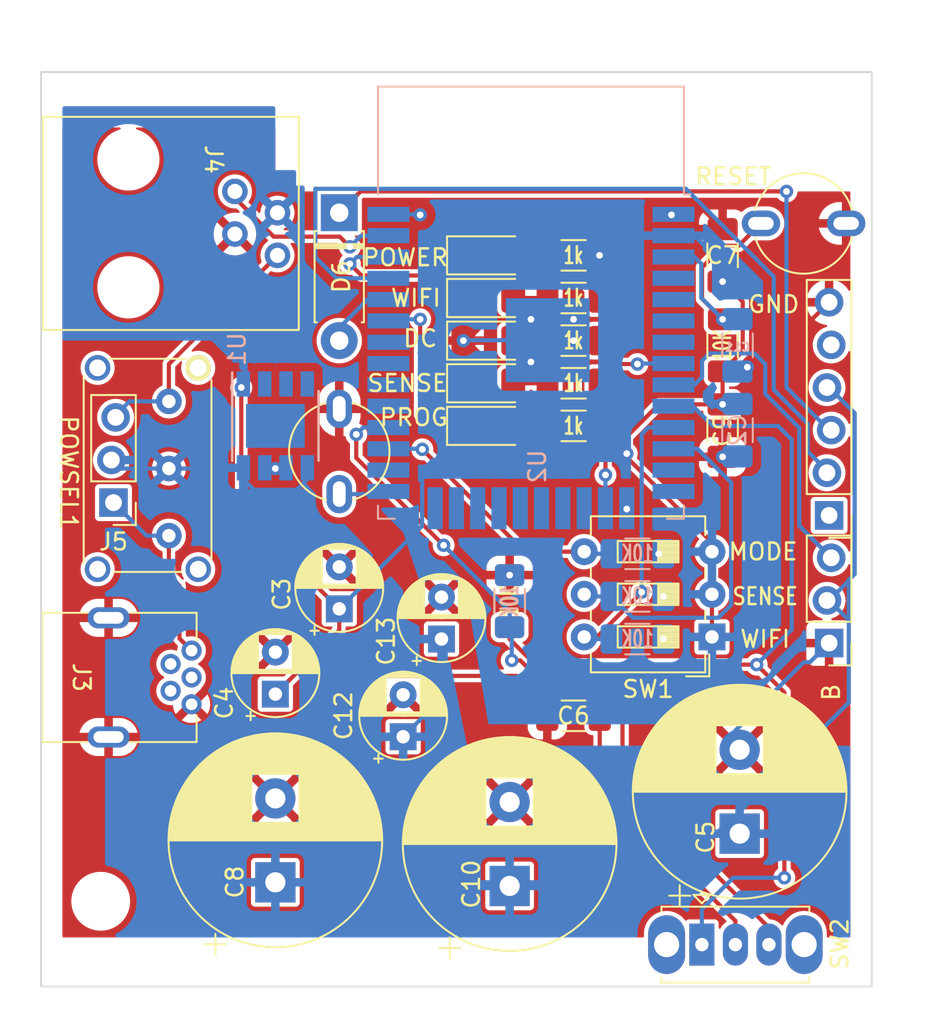
<source format=kicad_pcb>
(kicad_pcb (version 20211014) (generator pcbnew)
  (layers (0 "F.Cu" signal) (31 "B.Cu" signal) (34 "B.Paste" user) (35 "F.Paste" user) (36 "B.SilkS" user "B.Silkscreen") (37 "F.SilkS" user "F.Silkscreen") (38 "B.Mask" user) (39 "F.Mask" user) (44 "Edge.Cuts" user))
  (net 0 "")
  (net 1 "GND")
  (net 2 "Net-(D1-Pad2)")
  (net 3 "Net-(D2-Pad2)")
  (net 4 "Net-(D3-Pad2)")
  (net 5 "Net-(D4-Pad2)")
  (net 6 "Net-(D5-Pad2)")
  (net 7 "/RXD_5V")
  (net 8 "/RXD")
  (net 9 "+3.3V")
  (net 10 "/WIFI_STATUS")
  (net 11 "/DC_STATUS")
  (net 12 "/SENSE_LED")
  (net 13 "/GPIO_13")
  (net 14 "/MAN_ON")
  (net 15 "/MAN_OFF")
  (net 16 "/WIFI_E")
  (net 17 "/SENSE_E")
  (net 18 "/MODE")
  (net 19 "/RESET")
  (net 20 "VCC")
  (net 31 "/GPIO_0")
  (net 39 "/TXD")
  (net 41 "/SERVO")
  (net 44 "Net-(J3-Pad1)")
  (net 48 "/SENSE")
  (net 49 "Net-(J4-Pad4)")
  (footprint "LED_SMD:LED_1206_3216Metric_Pad1.42x1.75mm_HandSolder" (layer "F.Cu") (at 195.58 73.66)
    (fp_text reference "D4" hide)
    (fp_text value "LED")
  )
  (footprint "Resistor_SMD:R_1206_3216Metric_Pad1.30x1.75mm_HandSolder" (layer "F.Cu") (at 200.66 68.58)
    (fp_text reference "R2")
    (fp_text value "1k")
  )
  (footprint "projectLib:EG1224" (layer "F.Cu") (at 176.53 74.74 -90)
    (fp_text reference "POWSEL1")
    (fp_text value "SW_SPDT")
  )
  (footprint "Resistor_SMD:R_1206_3216Metric_Pad1.30x1.75mm_HandSolder" (layer "F.Cu") (at 200.66 66.04)
    (fp_text reference "R1")
    (fp_text value "1k")
  )
  (footprint "Resistor_SMD:R_1206_3216Metric_Pad1.30x1.75mm_HandSolder" (layer "F.Cu") (at 196.85 86.64 90)
    (fp_text reference "R7" hide)
    (fp_text value "10K")
  )
  (footprint "Button_Switch_THT:SW_Slide_1P2T_CK_OS102011MS2Q" (layer "F.Cu") (at 208.312 107.1045)
    (fp_text reference "SW2")
    (fp_text value "SW_SPDT_MSM")
  )
  (footprint "LED_SMD:LED_1206_3216Metric_Pad1.42x1.75mm_HandSolder" (layer "F.Cu") (at 195.58 66.04)
    (fp_text reference "D1" hide)
    (fp_text value "LED")
  )
  (footprint "00_Adams_footprints:PinHeader_1x03_0.1in lock" (layer "F.Cu") (at 215.9 89.139 180)
    (fp_text reference "J1" hide)
    (fp_text value "Conn_01x03_Male")
  )
  (footprint "MountingHole:MountingHole_3mm" (layer "F.Cu") (at 215.9 58.42)
    (fp_text reference "REF**" hide)
    (fp_text value "MountingHole_3mm")
  )
  (footprint "Resistor_SMD:R_1206_3216Metric_Pad1.30x1.75mm_HandSolder" (layer "F.Cu") (at 200.66 71.12)
    (fp_text reference "R3")
    (fp_text value "1k")
  )
  (footprint "Capacitor_THT:CP_Radial_D5.0mm_P2.50mm" (layer "F.Cu") (at 190.5 94.71959 90)
    (fp_text reference "C12")
    (fp_text value "100uf")
  )
  (footprint "projectLib:pb" (layer "F.Cu") (at 186.69 77.724 90)
    (fp_text reference "PROG1" hide)
    (fp_text value "SW_Push")
  )
  (footprint "Capacitor_SMD:C_1206_3216Metric_Pad1.33x1.80mm_HandSolder" (layer "F.Cu") (at 200.66 93.472 180)
    (fp_text reference "C6")
    (fp_text value "0.1uf")
  )
  (footprint "MountingHole:MountingHole_3mm" (layer "F.Cu") (at 172.466 104.521 90)
    (fp_text reference "REF**" hide)
    (fp_text value "MountingHole_3mm")
  )
  (footprint "Capacitor_SMD:C_1206_3216Metric_Pad1.33x1.80mm_HandSolder" (layer "F.Cu") (at 209.55 76.48 -90)
    (fp_text reference "C9")
    (fp_text value "0.1uf")
  )
  (footprint "projectLib:usb" (layer "F.Cu") (at 168.984 91.186 -90)
    (fp_text reference "J3")
    (fp_text value "USB_B_Micro")
  )
  (footprint "Capacitor_THT:CP_Radial_D12.5mm_P5.00mm" (layer "F.Cu") (at 196.85 103.60959 90)
    (fp_text reference "C10")
    (fp_text value "1000uf")
  )
  (footprint "Capacitor_THT:CP_Radial_D5.0mm_P2.50mm" (layer "F.Cu") (at 182.88 92.17959 90)
    (fp_text reference "C4")
    (fp_text value "100uf")
  )
  (footprint "00_Adams_footprints:PinHeader_1x03_0.1in lock" (layer "F.Cu") (at 173.228 80.772 180)
    (fp_text reference "J5")
    (fp_text value "Conn_01x03_Male")
  )
  (footprint "Capacitor_THT:CP_Radial_D12.5mm_P5.00mm" (layer "F.Cu") (at 182.88 103.393549 90)
    (fp_text reference "C8")
    (fp_text value "1000uf")
  )
  (footprint "Resistor_SMD:R_1206_3216Metric_Pad1.30x1.75mm_HandSolder" (layer "F.Cu") (at 209.55 71.4 -90)
    (fp_text reference "R11" hide)
    (fp_text value "10K")
  )
  (footprint "Capacitor_THT:CP_Radial_D5.0mm_P2.50mm" (layer "F.Cu") (at 186.69 87.09959 90)
    (fp_text reference "C3")
    (fp_text value "100uf")
  )
  (footprint "00_Adams_footprints:PinHeader_1x06, .1in Lock" (layer "F.Cu") (at 215.9 81.534 180)
    (fp_text reference "J2" hide)
    (fp_text value "Conn_01x06_Male")
  )
  (footprint "Capacitor_THT:CP_Radial_D5.0mm_P2.50mm" (layer "F.Cu") (at 192.786 88.9 90)
    (fp_text reference "C13")
    (fp_text value "100uf")
  )
  (footprint "LED_SMD:LED_1206_3216Metric_Pad1.42x1.75mm_HandSolder" (layer "F.Cu") (at 195.58 76.2)
    (fp_text reference "D5" hide)
    (fp_text value "LED")
  )
  (footprint "Button_Switch_THT:SW_DIP_SPSTx03_Slide_6.7x9.18mm_W7.62mm_P2.54mm_LowProfile" (layer "F.Cu") (at 208.915 88.773 180)
    (fp_text reference "SW1")
    (fp_text value "SW_DIP_x03")
  )
  (footprint "Capacitor_SMD:C_1206_3216Metric_Pad1.33x1.80mm_HandSolder" (layer "F.Cu") (at 209.55 66.04 90)
    (fp_text reference "C7")
    (fp_text value "0.1uf" hide)
  )
  (footprint "projectLib:pb" (layer "F.Cu") (at 214.376 64.135)
    (fp_text reference "RST1" hide)
    (fp_text value "SW_Push")
  )
  (footprint "Diode_THT:D_DO-41_SOD81_P7.62mm_Horizontal" (layer "F.Cu") (at 186.69 63.5 -90)
    (fp_text reference "D6")
    (fp_text value "D")
  )
  (footprint "Resistor_SMD:R_1206_3216Metric_Pad1.30x1.75mm_HandSolder" (layer "F.Cu") (at 200.66 73.66)
    (fp_text reference "R4")
    (fp_text value "1k")
  )
  (footprint "Capacitor_THT:CP_Radial_D12.5mm_P5.00mm" (layer "F.Cu") (at 210.566 100.494959 90)
    (fp_text reference "C5")
    (fp_text value "1000uf")
  )
  (footprint "LED_SMD:LED_1206_3216Metric_Pad1.42x1.75mm_HandSolder" (layer "F.Cu") (at 195.58 68.58)
    (fp_text reference "D2" hide)
    (fp_text value "LED")
  )
  (footprint "projectLib:modjack" (layer "F.Cu") (at 174.117 60.325 -90)
    (fp_text reference "J4")
    (fp_text value "RJ9")
  )
  (footprint "LED_SMD:LED_1206_3216Metric_Pad1.42x1.75mm_HandSolder" (layer "F.Cu") (at 195.58 71.12)
    (fp_text reference "D3" hide)
    (fp_text value "LED")
  )
  (footprint "Resistor_SMD:R_1206_3216Metric_Pad1.30x1.75mm_HandSolder" (layer "F.Cu") (at 200.66 76.2)
    (fp_text reference "R5")
    (fp_text value "1k")
  )
  (footprint "Resistor_SMD:R_1206_3216Metric_Pad1.30x1.75mm_HandSolder" (layer "B.Cu") (at 196.85 86.64 90)
    (fp_text reference "R6" hide)
    (fp_text value "10K")
  )
  (footprint "Capacitor_SMD:C_1206_3216Metric_Pad1.33x1.80mm_HandSolder" (layer "B.Cu") (at 210.439 71.4 90)
    (fp_text reference "C11")
    (fp_text value "1uf")
  )
  (footprint "Package_SO:Diodes_SO-8EP" (layer "B.Cu") (at 182.88 76.2 -90)
    (fp_text reference "U1")
    (fp_text value "AP2112M-3.3")
  )
  (footprint "00_Adams_footprints:ESP32-WROOM-32" (layer "B.Cu") (at 198.12 71.85 180)
    (fp_text reference "U2")
    (fp_text value "ESP32-WROOM-32D")
  )
  (footprint "Resistor_SMD:R_1206_3216Metric_Pad1.30x1.75mm_HandSolder" (layer "B.Cu") (at 204.47 88.9)
    (fp_text reference "R8")
    (fp_text value "10K")
  )
  (footprint "Resistor_SMD:R_1206_3216Metric_Pad1.30x1.75mm_HandSolder" (layer "B.Cu") (at 204.47 83.82)
    (fp_text reference "R10" hide)
    (fp_text value "10K")
  )
  (footprint "Resistor_SMD:R_1206_3216Metric_Pad1.30x1.75mm_HandSolder" (layer "B.Cu") (at 204.47 86.36)
    (fp_text reference "R9" hide)
    (fp_text value "10K")
  )
  (footprint "Capacitor_SMD:C_1206_3216Metric_Pad1.33x1.80mm_HandSolder" (layer "B.Cu") (at 210.439 76.454 -90)
    (fp_text reference "C2")
    (fp_text value "0.1uf")
  )
  (gr_rect (start 168.91 55.118) (end 218.44 109.601) (layer "Edge.Cuts") (width 0.1) (fill none))
  (gr_text "SENSE" (at 190.754 73.66) (layer "F.SilkS") (effects (font (size 1 1))))
  (gr_text "MODE" (at 211.963 83.693) (layer "F.SilkS") (effects (font (size 1 1))))
  (gr_text "POWER" (at 190.627 66.167) (layer "F.SilkS") (effects (font (size 1 1))))
  (gr_text "B" (at 216.027 92.075 90) (layer "F.SilkS") (effects (font (size 1 1))))
  (gr_text "DC" (at 191.516 70.993) (layer "F.SilkS") (effects (font (size 1 1))))
  (gr_text "PROG" (at 191.135 75.692) (layer "F.SilkS") (effects (font (size 1 1))))
  (gr_text "RESET" (at 210.185 61.341) (layer "F.SilkS") (effects (font (size 1 1))))
  (gr_text "WIFI" (at 212.09 88.9) (layer "F.SilkS") (effects (font (size 1 1))))
  (gr_text "GND" (at 212.598 68.961) (layer "F.SilkS") (effects (font (size 1 1))))
  (gr_text "WIFI" (at 191.262 68.58) (layer "F.SilkS") (effects (font (size 1 1))))
  (gr_text "SENSE" (at 212.09 86.36) (layer "F.SilkS") (effects (font (size 1 0.8128))))
  (segment (start 194.0925 71.12) (end 194.31 71.12) (width 0.25) (layer "F.Cu") (net 1))
  (segment (start 206.914 63.215) (end 208.2875 63.215) (width 0.25) (layer "F.Cu") (net 1))
  (segment (start 205.74 86.36) (end 206.02 86.36) (width 0.25) (layer "F.Cu") (net 1))
  (segment (start 194.31 71.12) (end 195.58 69.85) (width 0.25) (layer "F.Cu") (net 1))
  (segment (start 205.74 83.82) (end 205.74 86.36) (width 0.25) (layer "F.Cu") (net 1))
  (segment (start 206.02 86.36) (end 206.02 88.865402) (width 0.25) (layer "F.Cu") (net 1))
  (segment (start 194.31 71.12) (end 195.58 72.39) (width 0.25) (layer "F.Cu") (net 1))
  (segment (start 208.2875 63.215) (end 209.55 64.4775) (width 0.25) (layer "F.Cu") (net 1))
  (segment (start 195.58 69.85) (end 198.12 69.85) (width 0.25) (layer "F.Cu") (net 1))
  (segment (start 198.12 69.85) (end 200.66 69.85) (width 0.25) (layer "F.Cu") (net 1))
  (segment (start 206.502 63.627) (end 206.914 63.215) (width 0.25) (layer "F.Cu") (net 1))
  (segment (start 206.02 88.865402) (end 206.002701 88.882701) (width 0.25) (layer "F.Cu") (net 1))
  (segment (start 195.58 72.39) (end 198.12 72.39) (width 0.25) (layer "F.Cu") (net 1))
  (segment (start 212.0345 72.6995) (end 215.9 68.834) (width 0.25) (layer "F.Cu") (net 1))
  (segment (start 211.0245 72.6995) (end 212.0345 72.6995) (width 0.25) (layer "F.Cu") (net 1))
  (via (at 198.12 69.85) (size 0.8) (drill 0.4) (layers "F.Cu" "B.Cu") (net 1))
  (via (at 206.002701 88.882701) (size 0.8) (drill 0.4) (layers "F.Cu" "B.Cu") (net 1))
  (via (at 200.66 71.12) (size 0.8) (drill 0.4) (layers "F.Cu" "B.Cu") (net 1))
  (via (at 209.55 78.0425) (size 0.8) (drill 0.4) (layers "F.Cu" "B.Cu") (net 1))
  (via (at 206.02 86.36) (size 0.8) (drill 0.4) (layers "F.Cu" "B.Cu") (net 1))
  (via (at 200.66 69.85) (size 0.8) (drill 0.4) (layers "F.Cu" "B.Cu") (net 1))
  (via (at 198.12 72.39) (size 0.8) (drill 0.4) (layers "F.Cu" "B.Cu") (net 1))
  (via (at 203.835 81.153) (size 0.8) (drill 0.4) (layers "F.Cu" "B.Cu") (net 1))
  (via (at 205.74 83.82) (size 0.8) (drill 0.4) (layers "F.Cu" "B.Cu") (net 1))
  (via (at 211.0245 72.6995) (size 0.8) (drill 0.4) (layers "F.Cu" "B.Cu") (net 1))
  (via (at 191.516 63.627) (size 0.8) (drill 0.4) (layers "F.Cu" "B.Cu") (net 1))
  (via (at 182.88 78.74) (size 0.8) (drill 0.4) (layers "F.Cu" "B.Cu") (net 1))
  (via (at 194.0925 71.12) (size 0.8) (drill 0.4) (layers "F.Cu" "B.Cu") (net 1))
  (via (at 206.502 63.627) (size 0.8) (drill 0.4) (layers "F.Cu" "B.Cu") (net 1))
  (via (at 196.85 85.09) (size 0.8) (drill 0.4) (layers "F.Cu" "B.Cu") (net 1))
  (segment (start 194.335 71.095) (end 194.31 71.12) (width 0.25) (layer "B.Cu") (net 1))
  (segment (start 199.12 71.095) (end 194.335 71.095) (width 0.25) (layer "B.Cu") (net 1))
  (segment (start 210.7615 72.9625) (end 211.0245 72.6995) (width 0.25) (layer "B.Cu") (net 1))
  (segment (start 210.058 94.605959) (end 214.381959 90.282) (width 0.25) (layer "B.Cu") (net 1))
  (segment (start 182.88 78.74) (end 183.4725 78.74) (width 0.25) (layer "B.Cu") (net 1))
  (segment (start 182.88 78.74) (end 182.2875 78.74) (width 0.25) (layer "B.Cu") (net 1))
  (segment (start 194.31 71.12) (end 194.0925 71.12) (width 0.25) (layer "B.Cu") (net 1))
  (segment (start 203.835 81.105) (end 203.835 81.153) (width 0.25) (layer "B.Cu") (net 1))
  (segment (start 206.502 63.627) (end 206.534 63.595) (width 0.25) (layer "B.Cu") (net 1))
  (segment (start 206.534 63.595) (end 206.62 63.595) (width 0.25) (layer "B.Cu") (net 1))
  (segment (start 191.484 63.595) (end 189.62 63.595) (width 0.25) (layer "B.Cu") (net 1))
  (segment (start 214.757 90.282) (end 215.9 89.139) (width 0.25) (layer "B.Cu") (net 1))
  (segment (start 183.4725 78.74) (end 183.515 78.6975) (width 0.25) (layer "B.Cu") (net 1))
  (segment (start 182.2875 78.74) (end 182.245 78.6975) (width 0.25) (layer "B.Cu") (net 1))
  (segment (start 191.516 63.627) (end 191.484 63.595) (width 0.25) (layer "B.Cu") (net 1))
  (segment (start 206.02 83.82) (end 205.74 83.82) (width 0.25) (layer "B.Cu") (net 1))
  (segment (start 214.381959 90.282) (end 214.757 90.282) (width 0.25) (layer "B.Cu") (net 1))
  (segment (start 197.0675 66.04) (end 199.11 66.04) (width 0.25) (layer "F.Cu") (net 2))
  (segment (start 197.0675 68.58) (end 199.11 68.58) (width 0.25) (layer "F.Cu") (net 3))
  (segment (start 197.0675 71.12) (end 199.11 71.12) (width 0.25) (layer "F.Cu") (net 4))
  (segment (start 199.11 73.66) (end 197.0675 73.66) (width 0.25) (layer "F.Cu") (net 5))
  (segment (start 199.11 76.2) (end 197.0675 76.2) (width 0.25) (layer "F.Cu") (net 6))
  (segment (start 186.69 63.5) (end 187.96 62.23) (width 0.25) (layer "F.Cu") (net 7))
  (segment (start 187.96 62.23) (end 213.36 62.23) (width 0.25) (layer "F.Cu") (net 7))
  (via (at 213.36 62.23) (size 0.8) (drill 0.4) (layers "F.Cu" "B.Cu") (net 7))
  (segment (start 213.36 62.23) (end 213.36 73.914) (width 0.25) (layer "B.Cu") (net 7))
  (segment (start 213.36 73.914) (end 215.9 76.454) (width 0.25) (layer "B.Cu") (net 7))
  (segment (start 186.69 70.355) (end 186.69 71.12) (width 0.25) (layer "B.Cu") (net 8))
  (segment (start 188.37 68.675) (end 186.69 70.355) (width 0.25) (layer "B.Cu") (net 8))
  (segment (start 189.62 68.675) (end 188.37 68.675) (width 0.25) (layer "B.Cu") (net 8))
  (segment (start 186.34459 91.09459) (end 197.26659 91.09459) (width 0.25) (layer "F.Cu") (net 9))
  (segment (start 209.55 72.95) (end 209.55 74.9175) (width 0.25) (layer "F.Cu") (net 9))
  (segment (start 203.835 76.835) (end 205.7525 74.9175) (width 0.25) (layer "F.Cu") (net 9))
  (segment (start 203.835 78.07) (end 208.915 83.15) (width 0.25) (layer "F.Cu") (net 9))
  (segment (start 186.69 88.36959) (end 185.154795 89.904795) (width 0.25) (layer "F.Cu") (net 9))
  (segment (start 186.69 87.09959) (end 186.69 88.36959) (width 0.25) (layer "F.Cu") (net 9))
  (segment (start 210.312 105.6925) (end 210.312 106.3425) (width 0.25) (layer "F.Cu") (net 9))
  (segment (start 202.2225 92.71) (end 202.2225 97.603) (width 0.25) (layer "F.Cu") (net 9))
  (segment (start 203.835 77.851) (end 203.835 78.07) (width 0.25) (layer "F.Cu") (net 9))
  (segment (start 185.154795 89.904795) (end 182.88 92.17959) (width 0.25) (layer "F.Cu") (net 9))
  (segment (start 208.915 83.15) (end 208.915 88.9) (width 0.25) (layer "F.Cu") (net 9))
  (segment (start 205.7525 74.9175) (end 209.55 74.9175) (width 0.25) (layer "F.Cu") (net 9))
  (segment (start 210.75 68.8025) (end 210.75 71.75) (width 0.25) (layer "F.Cu") (net 9))
  (segment (start 203.835 77.851) (end 203.835 76.835) (width 0.25) (layer "F.Cu") (net 9))
  (segment (start 200.6985 91.948) (end 202.2225 93.472) (width 0.25) (layer "F.Cu") (net 9))
  (segment (start 197.26659 91.09459) (end 198.12 91.948) (width 0.25) (layer "F.Cu") (net 9))
  (segment (start 180.848 73.914) (end 180.848 81.25759) (width 0.25) (layer "F.Cu") (net 9))
  (segment (start 186.34459 91.09459) (end 185.154795 89.904795) (width 0.25) (layer "F.Cu") (net 9))
  (segment (start 209.55 67.6025) (end 210.75 68.8025) (width 0.25) (layer "F.Cu") (net 9))
  (segment (start 210.75 71.75) (end 209.55 72.95) (width 0.25) (layer "F.Cu") (net 9))
  (segment (start 198.12 91.948) (end 200.6985 91.948) (width 0.25) (layer "F.Cu") (net 9))
  (segment (start 202.2225 97.603) (end 210.312 105.6925) (width 0.25) (layer "F.Cu") (net 9))
  (segment (start 180.848 81.25759) (end 186.69 87.09959) (width 0.25) (layer "F.Cu") (net 9))
  (via (at 203.835 77.851) (size 0.8) (drill 0.4) (layers "F.Cu" "B.Cu") (net 9))
  (via (at 209.55 67.6025) (size 0.8) (drill 0.4) (layers "F.Cu" "B.Cu") (net 9))
  (via (at 209.55 74.9175) (size 0.8) (drill 0.4) (layers "F.Cu" "B.Cu") (net 9))
  (via (at 180.848 73.914) (size 0.8) (drill 0.4) (layers "F.Cu" "B.Cu") (net 9))
  (via (at 202.21 66.04) (size 0.8) (drill 0.4) (layers "F.Cu" "B.Cu") (net 9))
  (segment (start 191.63 82.15959) (end 186.69 87.09959) (width 0.25) (layer "B.Cu") (net 9))
  (segment (start 206.62 64.865) (end 203.105 64.865) (width 0.25) (layer "B.Cu") (net 9))
  (segment (start 180.975 73.787) (end 180.848 73.914) (width 0.25) (layer "B.Cu") (net 9))
  (segment (start 191.63 78.88) (end 191.63 82.15959) (width 0.25) (layer "B.Cu") (net 9))
  (segment (start 203.835 77.851) (end 203.454 78.232) (width 0.25) (layer "B.Cu") (net 9))
  (segment (start 206.62 64.865) (end 207.87 64.865) (width 0.25) (layer "B.Cu") (net 9))
  (segment (start 192.278 78.232) (end 191.63 78.88) (width 0.25) (layer "B.Cu") (net 9))
  (segment (start 180.975 73.7025) (end 180.975 73.787) (width 0.25) (layer "B.Cu") (net 9))
  (segment (start 203.105 64.865) (end 201.93 66.04) (width 0.25) (layer "B.Cu") (net 9))
  (segment (start 203.454 78.232) (end 192.278 78.232) (width 0.25) (layer "B.Cu") (net 9))
  (segment (start 207.87 64.865) (end 209.55 66.545) (width 0.25) (layer "B.Cu") (net 9))
  (segment (start 209.55 66.545) (end 209.55 67.6025) (width 0.25) (layer "B.Cu") (net 9))
  (segment (start 201.93 66.04) (end 202.21 66.04) (width 0.25) (layer "B.Cu") (net 9))
  (segment (start 200.87 67.24) (end 202.21 68.58) (width 0.25) (layer "F.Cu") (net 10))
  (segment (start 187.325 66.548) (end 188.017 67.24) (width 0.25) (layer "F.Cu") (net 10))
  (segment (start 188.017 67.24) (end 200.87 67.24) (width 0.25) (layer "F.Cu") (net 10))
  (via (at 187.325 66.548) (size 0.8) (drill 0.4) (layers "F.Cu" "B.Cu") (net 10))
  (segment (start 187.738 66.135) (end 189.62 66.135) (width 0.25) (layer "B.Cu") (net 10))
  (segment (start 187.325 66.548) (end 187.738 66.135) (width 0.25) (layer "B.Cu") (net 10))
  (segment (start 191.516 75.524172) (end 193.588828 77.597) (width 0.25) (layer "F.Cu") (net 11))
  (segment (start 199.898 77.597) (end 200.787 76.708) (width 0.25) (layer "F.Cu") (net 11))
  (segment (start 200.787 72.543) (end 202.21 71.12) (width 0.25) (layer "F.Cu") (net 11))
  (segment (start 200.787 76.708) (end 200.787 72.543) (width 0.25) (layer "F.Cu") (net 11))
  (segment (start 191.516 69.85) (end 191.516 75.524172) (width 0.25) (layer "F.Cu") (net 11))
  (segment (start 193.588828 77.597) (end 199.898 77.597) (width 0.25) (layer "F.Cu") (net 11))
  (via (at 191.516 69.85) (size 0.8) (drill 0.4) (layers "F.Cu" "B.Cu") (net 11))
  (segment (start 191.516 69.85) (end 189.715 69.85) (width 0.25) (layer "B.Cu") (net 11))
  (segment (start 189.715 69.85) (end 189.62 69.945) (width 0.25) (layer "B.Cu") (net 11))
  (segment (start 202.21 73.38) (end 202.21 73.66) (width 0.25) (layer "F.Cu") (net 12))
  (segment (start 204.47 72.517) (end 203.073 72.517) (width 0.25) (layer "F.Cu") (net 12))
  (segment (start 203.073 72.517) (end 202.21 73.38) (width 0.25) (layer "F.Cu") (net 12))
  (via (at 204.47 72.517) (size 0.8) (drill 0.4) (layers "F.Cu" "B.Cu") (net 12))
  (segment (start 204.502 72.485) (end 206.62 72.485) (width 0.25) (layer "B.Cu") (net 12))
  (segment (start 204.47 72.517) (end 204.502 72.485) (width 0.25) (layer "B.Cu") (net 12))
  (segment (start 202.565 79.121) (end 202.565 76.555) (width 0.25) (layer "F.Cu") (net 13))
  (segment (start 202.565 76.555) (end 202.21 76.2) (width 0.25) (layer "F.Cu") (net 13))
  (via (at 202.565 79.121) (size 0.8) (drill 0.4) (layers "F.Cu" "B.Cu") (net 13))
  (segment (start 202.565 81.105) (end 202.565 79.121) (width 0.25) (layer "B.Cu") (net 13))
  (segment (start 212.312 106.5965) (end 212.312 106.0965) (width 0.25) (layer "F.Cu") (net 14))
  (segment (start 203.581 92.71) (end 202.184 91.313) (width 0.25) (layer "F.Cu") (net 14))
  (segment (start 198.626604 91.313) (end 197.483604 90.17) (width 0.25) (layer "F.Cu") (net 14))
  (segment (start 203.581 97.3655) (end 203.581 92.71) (width 0.25) (layer "F.Cu") (net 14))
  (segment (start 187.706 76.708) (end 187.706 78.105) (width 0.25) (layer "F.Cu") (net 14))
  (segment (start 202.184 91.313) (end 198.626604 91.313) (width 0.25) (layer "F.Cu") (net 14))
  (segment (start 187.706 78.105) (end 192.913 83.312) (width 0.25) (layer "F.Cu") (net 14))
  (segment (start 197.483604 90.17) (end 196.977 90.17) (width 0.25) (layer "F.Cu") (net 14))
  (segment (start 212.312 106.0965) (end 203.581 97.3655) (width 0.25) (layer "F.Cu") (net 14))
  (segment (start 212.312 106.3425) (end 212.312 107.347) (width 0.25) (layer "F.Cu") (net 14))
  (via (at 192.913 83.312) (size 0.8) (drill 0.4) (layers "F.Cu" "B.Cu") (net 14))
  (via (at 196.977 90.17) (size 0.8) (drill 0.4) (layers "F.Cu" "B.Cu") (net 14))
  (via (at 187.706 76.708) (size 0.8) (drill 0.4) (layers "F.Cu" "B.Cu") (net 14))
  (segment (start 188.119 76.295) (end 189.62 76.295) (width 0.25) (layer "B.Cu") (net 14))
  (segment (start 187.706 76.708) (end 188.119 76.295) (width 0.25) (layer "B.Cu") (net 14))
  (segment (start 192.913 83.312) (end 196.85 87.249) (width 0.25) (layer "B.Cu") (net 14))
  (segment (start 196.85 87.249) (end 196.85 88.19) (width 0.25) (layer "B.Cu") (net 14))
  (segment (start 196.977 88.317) (end 196.85 88.19) (width 0.25) (layer "B.Cu") (net 14))
  (segment (start 196.977 90.17) (end 196.977 88.317) (width 0.25) (layer "B.Cu") (net 14))
  (segment (start 198.374 90.424) (end 211.582 90.424) (width 0.25) (layer "F.Cu") (net 15))
  (segment (start 211.582 90.424) (end 213.233 92.075) (width 0.25) (layer "F.Cu") (net 15))
  (segment (start 196.85 88.19) (end 196.85 88.9) (width 0.25) (layer "F.Cu") (net 15))
  (segment (start 213.233 92.075) (end 213.233 103.124) (width 0.25) (layer "F.Cu") (net 15))
  (segment (start 196.85 88.9) (end 198.374 90.424) (width 0.25) (layer "F.Cu") (net 15))
  (via (at 213.233 103.124) (size 0.8) (drill 0.4) (layers "F.Cu" "B.Cu") (net 15))
  (via (at 211.582 90.424) (size 0.8) (drill 0.4) (layers "F.Cu" "B.Cu") (net 15))
  (segment (start 213.233 103.124) (end 210.185 103.124) (width 0.25) (layer "B.Cu") (net 15))
  (segment (start 208.312 104.997) (end 208.312 106.3425) (width 0.25) (layer "B.Cu") (net 15))
  (segment (start 206.62 75.025) (end 207.781827 75.025) (width 0.25) (layer "B.Cu") (net 15))
  (segment (start 207.781827 75.025) (end 208.956827 76.2) (width 0.25) (layer "B.Cu") (net 15))
  (segment (start 208.956827 76.2) (end 212.852 76.2) (width 0.25) (layer "B.Cu") (net 15))
  (segment (start 213.672 88.334) (end 211.582 90.424) (width 0.25) (layer "B.Cu") (net 15))
  (segment (start 212.852 76.2) (end 213.672 77.02) (width 0.25) (layer "B.Cu") (net 15))
  (segment (start 213.672 77.02) (end 213.672 88.334) (width 0.25) (layer "B.Cu") (net 15))
  (segment (start 210.185 103.124) (end 208.312 104.997) (width 0.25) (layer "B.Cu") (net 15))
  (segment (start 203.745 87.085) (end 204.724 86.106) (width 0.25) (layer "F.Cu") (net 16))
  (segment (start 203.745 87.09) (end 201.95 88.885) (width 0.25) (layer "F.Cu") (net 16))
  (segment (start 203.745 87.09) (end 203.745 87.085) (width 0.25) (layer "F.Cu") (net 16))
  (via (at 204.724 86.106) (size 0.8) (drill 0.4) (layers "F.Cu" "B.Cu") (net 16))
  (segment (start 204.724 76.691) (end 204.724 86.106) (width 0.25) (layer "B.Cu") (net 16))
  (segment (start 202.92 88.9) (end 201.295 88.9) (width 0.25) (layer "B.Cu") (net 16))
  (segment (start 205.12 76.295) (end 204.724 76.691) (width 0.25) (layer "B.Cu") (net 16))
  (segment (start 206.62 76.295) (end 205.12 76.295) (width 0.25) (layer "B.Cu") (net 16))
  (segment (start 210.058 86.868) (end 210.058 79.575805) (width 0.25) (layer "B.Cu") (net 17))
  (segment (start 204.19 87.63) (end 209.296 87.63) (width 0.25) (layer "B.Cu") (net 17))
  (segment (start 202.92 86.36) (end 204.19 87.63) (width 0.25) (layer "B.Cu") (net 17))
  (segment (start 209.296 87.63) (end 210.058 86.868) (width 0.25) (layer "B.Cu") (net 17))
  (segment (start 202.92 86.36) (end 201.295 86.36) (width 0.25) (layer "B.Cu") (net 17))
  (segment (start 208.047195 77.565) (end 206.62 77.565) (width 0.25) (layer "B.Cu") (net 17))
  (segment (start 210.058 79.575805) (end 208.047195 77.565) (width 0.25) (layer "B.Cu") (net 17))
  (segment (start 201.295 83.693) (end 197.739 83.693) (width 0.25) (layer "F.Cu") (net 18))
  (segment (start 197.739 83.693) (end 191.643 77.597) (width 0.25) (layer "F.Cu") (net 18))
  (via (at 191.643 77.597) (size 0.8) (drill 0.4) (layers "F.Cu" "B.Cu") (net 18))
  (segment (start 191.611 77.565) (end 191.643 77.597) (width 0.25) (layer "B.Cu") (net 18))
  (segment (start 189.62 77.565) (end 191.611 77.565) (width 0.25) (layer "B.Cu") (net 18))
  (segment (start 202.92 83.82) (end 201.295 83.82) (width 0.25) (layer "B.Cu") (net 18))
  (segment (start 208.325 66.757) (end 209.617 65.465) (width 0.25) (layer "F.Cu") (net 19))
  (segment (start 209.617 65.465) (end 210.506 65.465) (width 0.25) (layer "F.Cu") (net 19))
  (segment (start 210.506 65.465) (end 211.836 64.135) (width 0.25) (layer "F.Cu") (net 19))
  (segment (start 209.55 69.85) (end 208.325 68.625) (width 0.25) (layer "F.Cu") (net 19))
  (segment (start 208.325 68.625) (end 208.325 66.757) (width 0.25) (layer "F.Cu") (net 19))
  (via (at 209.55 69.85) (size 0.8) (drill 0.4) (layers "F.Cu" "B.Cu") (net 19))
  (segment (start 208.28 68.5675) (end 209.55 69.8375) (width 0.25) (layer "B.Cu") (net 19))
  (segment (start 206.62 66.135) (end 207.87 66.135) (width 0.25) (layer "B.Cu") (net 19))
  (segment (start 208.28 66.545) (end 208.28 68.5675) (width 0.25) (layer "B.Cu") (net 19))
  (segment (start 209.55 69.8375) (end 209.55 69.85) (width 0.25) (layer "B.Cu") (net 19))
  (segment (start 207.87 66.135) (end 208.28 66.545) (width 0.25) (layer "B.Cu") (net 19))
  (segment (start 190.5 94.71959) (end 190.5 102.87) (width 0.25) (layer "B.Cu") (net 20))
  (segment (start 217.075 87.774) (end 215.9 86.599) (width 0.25) (layer "B.Cu") (net 20))
  (segment (start 215.9 86.599) (end 217.075 85.424) (width 0.25) (layer "B.Cu") (net 20))
  (segment (start 182.88 103.393549) (end 189.753549 103.393549) (width 0.25) (layer "B.Cu") (net 20))
  (segment (start 196.633959 103.393549) (end 196.85 103.60959) (width 0.25) (layer "B.Cu") (net 20))
  (segment (start 196.85 103.60959) (end 197.066041 103.393549) (width 0.25) (layer "B.Cu") (net 20))
  (segment (start 217.075 85.376) (end 217.424 85.027) (width 0.25) (layer "B.Cu") (net 20))
  (segment (start 210.147041 99.605959) (end 217.075 92.678) (width 0.25) (layer "B.Cu") (net 20))
  (segment (start 206.27041 103.393549) (end 210.058 99.605959) (width 0.25) (layer "B.Cu") (net 20))
  (segment (start 217.075 85.424) (end 217.075 85.376) (width 0.25) (layer "B.Cu") (net 20))
  (segment (start 189.976451 103.393549) (end 189.753549 103.393549) (width 0.25) (layer "B.Cu") (net 20))
  (segment (start 190.5 102.87) (end 189.976451 103.393549) (width 0.25) (layer "B.Cu") (net 20))
  (segment (start 197.066041 103.393549) (end 206.27041 103.393549) (width 0.25) (layer "B.Cu") (net 20))
  (segment (start 180.975 78.6975) (end 180.975 79.375) (width 0.25) (layer "B.Cu") (net 20))
  (segment (start 189.753549 103.393549) (end 191.023549 103.393549) (width 0.25) (layer "B.Cu") (net 20))
  (segment (start 176.53 78.74) (end 173.736 78.74) (width 0.25) (layer "B.Cu") (net 20))
  (segment (start 180.9325 78.74) (end 180.975 78.6975) (width 0.25) (layer "B.Cu") (net 20))
  (segment (start 180.975 79.375) (end 181.61 80.01) (width 0.25) (layer "B.Cu") (net 20))
  (segment (start 217.424 75.438) (end 215.9 73.914) (width 0.25) (layer "B.Cu") (net 20))
  (segment (start 191.023549 103.393549) (end 196.633959 103.393549) (width 0.25) (layer "B.Cu") (net 20))
  (segment (start 217.424 85.027) (end 217.424 75.438) (width 0.25) (layer "B.Cu") (net 20))
  (segment (start 210.058 99.605959) (end 210.147041 99.605959) (width 0.25) (layer "B.Cu") (net 20))
  (segment (start 190.5 102.87) (end 191.023549 103.393549) (width 0.25) (layer "B.Cu") (net 20))
  (segment (start 193.04 92.17959) (end 190.5 94.71959) (width 0.25) (layer "B.Cu") (net 20))
  (segment (start 193.04 88.9) (end 193.04 92.17959) (width 0.25) (layer "B.Cu") (net 20))
  (segment (start 181.61 80.01) (end 184.15 80.01) (width 0.25) (layer "B.Cu") (net 20))
  (segment (start 176.53 78.74) (end 180.9325 78.74) (width 0.25) (layer "B.Cu") (net 20))
  (segment (start 184.785 79.375) (end 184.785 78.6975) (width 0.25) (layer "B.Cu") (net 20))
  (segment (start 173.736 78.74) (end 173.228 78.232) (width 0.25) (layer "B.Cu") (net 20))
  (segment (start 184.15 80.01) (end 184.785 79.375) (width 0.25) (layer "B.Cu") (net 20))
  (segment (start 217.075 85.376) (end 217.075 87.774) (width 0.25) (layer "B.Cu") (net 20))
  (segment (start 217.075 92.678) (end 217.075 87.774) (width 0.25) (layer "B.Cu") (net 20))
  (segment (start 189.62 80.105) (end 189.325 80.105) (width 0.25) (layer "B.Cu") (net 31))
  (segment (start 186.69 80.264) (end 189.461 80.264) (width 0.25) (layer "B.Cu") (net 31))
  (segment (start 189.461 80.264) (end 189.62 80.105) (width 0.25) (layer "B.Cu") (net 31))
  (segment (start 186.521695 67.405) (end 189.62 67.405) (width 0.25) (layer "B.Cu") (net 39))
  (segment (start 214.63 77.724) (end 214.63 76.073) (width 0.25) (layer "B.Cu") (net 39))
  (segment (start 212.598 74.041) (end 212.598 67.31) (width 0.25) (layer "B.Cu") (net 39))
  (segment (start 207.363 62.075) (end 185.265 62.075) (width 0.25) (layer "B.Cu") (net 39))
  (segment (start 185.265 66.148305) (end 186.521695 67.405) (width 0.25) (layer "B.Cu") (net 39))
  (segment (start 212.598 67.31) (end 207.363 62.075) (width 0.25) (layer "B.Cu") (net 39))
  (segment (start 215.9 78.994) (end 214.63 77.724) (width 0.25) (layer "B.Cu") (net 39))
  (segment (start 214.63 76.073) (end 212.598 74.041) (width 0.25) (layer "B.Cu") (net 39))
  (segment (start 185.265 62.075) (end 185.265 66.148305) (width 0.25) (layer "B.Cu") (net 39))
  (segment (start 214.122 82.154) (end 216.027 84.059) (width 0.25) (layer "B.Cu") (net 41))
  (segment (start 212.09 72.517) (end 212.09 74.295) (width 0.25) (layer "B.Cu") (net 41))
  (segment (start 208.325 72.311827) (end 208.325 73.3) (width 0.25) (layer "B.Cu") (net 41))
  (segment (start 207.87 73.755) (end 206.62 73.755) (width 0.25) (layer "B.Cu") (net 41))
  (segment (start 212.09 74.295) (end 214.122 76.327) (width 0.25) (layer "B.Cu") (net 41))
  (segment (start 214.122 76.327) (end 214.122 82.154) (width 0.25) (layer "B.Cu") (net 41))
  (segment (start 211.455 71.882) (end 208.754827 71.882) (width 0.25) (layer "B.Cu") (net 41))
  (segment (start 208.325 73.3) (end 207.87 73.755) (width 0.25) (layer "B.Cu") (net 41))
  (segment (start 211.455 71.882) (end 212.09 72.517) (width 0.25) (layer "B.Cu") (net 41))
  (segment (start 208.754827 71.882) (end 208.325 72.311827) (width 0.25) (layer "B.Cu") (net 41))
  (segment (start 177.884 89.586) (end 177.165 88.867) (width 0.25) (layer "F.Cu") (net 44))
  (segment (start 177.165 88.867) (end 177.165 85.725) (width 0.25) (layer "F.Cu") (net 44))
  (segment (start 177.165 85.725) (end 176.53 85.09) (width 0.25) (layer "F.Cu") (net 44))
  (segment (start 176.53 85.09) (end 176.53 82.74) (width 0.25) (layer "F.Cu") (net 44))
  (segment (start 175.196 82.74) (end 173.228 80.772) (width 0.25) (layer "B.Cu") (net 44))
  (segment (start 176.53 82.74) (end 175.196 82.74) (width 0.25) (layer "B.Cu") (net 44))
  (segment (start 187.325 65.532) (end 186.718 64.925) (width 0.25) (layer "F.Cu") (net 48))
  (segment (start 186.718 64.925) (end 182.781 64.925) (width 0.25) (layer "F.Cu") (net 48))
  (segment (start 182.781 64.925) (end 180.467 62.611) (width 0.25) (layer "F.Cu") (net 48))
  (segment (start 180.467 62.611) (end 180.467 62.23) (width 0.25) (layer "F.Cu") (net 48))
  (via (at 187.325 65.532) (size 0.8) (drill 0.4) (layers "F.Cu" "B.Cu") (net 48))
  (segment (start 187.992 64.865) (end 187.325 65.532) (width 0.25) (layer "B.Cu") (net 48))
  (segment (start 189.62 64.865) (end 187.992 64.865) (width 0.25) (layer "B.Cu") (net 48))
  (segment (start 176.53 74.74) (end 176.53 72.517) (width 0.25) (layer "F.Cu") (net 49))
  (segment (start 176.53 72.517) (end 183.007 66.04) (width 0.25) (layer "F.Cu") (net 49))
  (segment (start 174.18 74.74) (end 173.228 75.692) (width 0.25) (layer "B.Cu") (net 49))
  (segment (start 176.53 74.74) (end 174.18 74.74) (width 0.25) (layer "B.Cu") (net 49))
  (zone (net 1) (net_name "GND") (layer "F.Cu") (connect_pads (clearance 0.25)) (min_thickness 0.125) (fill yes (thermal_gap 0.508) (thermal_bridge_width 0.508))
    (polygon (pts (xy 182.88 62.23) (xy 217.17 62.23) (xy 217.17 106.68) (xy 170.18 106.68) (xy 170.18 58.42) (xy 182.88 58.42)))
  )
  (zone (net 20) (net_name "VCC") (layer "B.Cu") (connect_pads (clearance 0.635)) (min_thickness 0.254) (fill yes (thermal_gap 0.508) (thermal_bridge_width 0.508))
    (polygon (pts (xy 188.214 83.312) (xy 190.5 85.979) (xy 190.5 87.63) (xy 193.04 88.9) (xy 194.31 95.25) (xy 217.17 95.25) (xy 217.17 106.68) (xy 172.72 106.68) (xy 172.72 73.66) (xy 179.07 73.66)))
  )
  (zone (net 9) (net_name "+3.3V") (layer "B.Cu") (connect_pads (clearance 0.508)) (min_thickness 0.254) (fill yes (thermal_gap 0.508) (thermal_bridge_width 0.508))
    (polygon (pts (xy 182.88 60.96) (xy 217.17 60.96) (xy 217.17 93.98) (xy 195.58 93.98) (xy 194.31 86.36) (xy 191.77 86.36) (xy 190.5 82.55) (xy 179.07 71.12) (xy 170.18 71.12) (xy 170.18 57.15) (xy 182.88 57.15)))
  )
)
</source>
